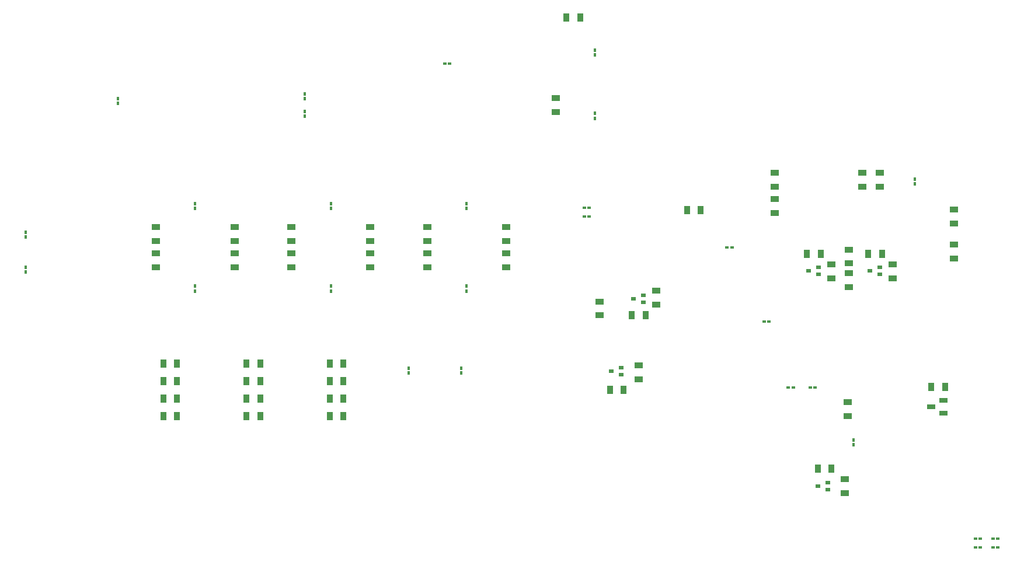
<source format=gbp>
G04*
G04 #@! TF.GenerationSoftware,Altium Limited,Altium Designer,19.0.15 (446)*
G04*
G04 Layer_Color=128*
%FSLAX25Y25*%
%MOIN*%
G70*
G01*
G75*
%ADD10R,0.05118X0.03543*%
%ADD11R,0.01968X0.01575*%
%ADD12R,0.03543X0.05118*%
%ADD13R,0.04724X0.02756*%
%ADD14R,0.01575X0.01968*%
G04:AMPARAMS|DCode=15|XSize=17.72mil|YSize=29.53mil|CornerRadius=2.22mil|HoleSize=0mil|Usage=FLASHONLY|Rotation=270.000|XOffset=0mil|YOffset=0mil|HoleType=Round|Shape=RoundedRectangle|*
%AMROUNDEDRECTD15*
21,1,0.01772,0.02510,0,0,270.0*
21,1,0.01329,0.02953,0,0,270.0*
1,1,0.00443,-0.01255,-0.00664*
1,1,0.00443,-0.01255,0.00664*
1,1,0.00443,0.01255,0.00664*
1,1,0.00443,0.01255,-0.00664*
%
%ADD15ROUNDEDRECTD15*%
D10*
X240571Y213819D02*
D03*
Y221693D02*
D03*
Y198819D02*
D03*
Y206693D02*
D03*
X285571Y198819D02*
D03*
Y206693D02*
D03*
X285571Y221693D02*
D03*
Y213819D02*
D03*
X163071Y198819D02*
D03*
Y206693D02*
D03*
X163071Y213819D02*
D03*
Y221693D02*
D03*
X208071Y198819D02*
D03*
Y206693D02*
D03*
X208071Y221693D02*
D03*
Y213819D02*
D03*
X130571Y198819D02*
D03*
Y206693D02*
D03*
X130571Y221693D02*
D03*
Y213819D02*
D03*
X85571Y198819D02*
D03*
Y206693D02*
D03*
Y213819D02*
D03*
Y221693D02*
D03*
X478819Y69941D02*
D03*
Y77815D02*
D03*
X480571Y113819D02*
D03*
Y121693D02*
D03*
X361319Y134941D02*
D03*
Y142815D02*
D03*
X338819Y179252D02*
D03*
Y171378D02*
D03*
X371319Y177441D02*
D03*
Y185315D02*
D03*
X438819Y237776D02*
D03*
Y229902D02*
D03*
X471319Y192441D02*
D03*
Y200315D02*
D03*
X481319Y201004D02*
D03*
Y208878D02*
D03*
Y187441D02*
D03*
Y195315D02*
D03*
X506319Y192441D02*
D03*
Y200315D02*
D03*
X541319Y211752D02*
D03*
Y203878D02*
D03*
Y231752D02*
D03*
Y223878D02*
D03*
X498819Y252815D02*
D03*
Y244941D02*
D03*
X488819Y252815D02*
D03*
Y244941D02*
D03*
X313819Y295315D02*
D03*
Y287441D02*
D03*
X438819Y244941D02*
D03*
Y252815D02*
D03*
D11*
X566319Y38878D02*
D03*
X563563D02*
D03*
X566319Y43878D02*
D03*
X563563D02*
D03*
X553563Y38878D02*
D03*
X556319D02*
D03*
X553563Y43878D02*
D03*
X556319D02*
D03*
X461949Y130256D02*
D03*
X459193D02*
D03*
X446693D02*
D03*
X449449D02*
D03*
X333071Y232756D02*
D03*
X330315D02*
D03*
X333071Y227756D02*
D03*
X330315D02*
D03*
X414449Y210256D02*
D03*
X411693D02*
D03*
X250571Y315256D02*
D03*
X253327D02*
D03*
X435571Y167756D02*
D03*
X432815D02*
D03*
D12*
X528386Y130571D02*
D03*
X536260D02*
D03*
X463445Y83878D02*
D03*
X471319D02*
D03*
X344882Y128878D02*
D03*
X352756D02*
D03*
X457382Y206378D02*
D03*
X465256D02*
D03*
X492382D02*
D03*
X500256D02*
D03*
X327848Y341378D02*
D03*
X319974D02*
D03*
X388819Y231378D02*
D03*
X396693D02*
D03*
X365256Y171378D02*
D03*
X357382D02*
D03*
X192756Y113878D02*
D03*
X184882D02*
D03*
Y123878D02*
D03*
X192756D02*
D03*
Y133878D02*
D03*
X184882D02*
D03*
Y143878D02*
D03*
X192756D02*
D03*
X145256Y113878D02*
D03*
X137382D02*
D03*
Y123878D02*
D03*
X145256D02*
D03*
Y133878D02*
D03*
X137382D02*
D03*
Y143878D02*
D03*
X145256D02*
D03*
X97756Y113878D02*
D03*
X89882D02*
D03*
Y123878D02*
D03*
X97756D02*
D03*
Y133878D02*
D03*
X89882D02*
D03*
Y143878D02*
D03*
X97756D02*
D03*
D13*
X535295Y122854D02*
D03*
Y115374D02*
D03*
X528208Y119114D02*
D03*
D14*
X483819Y100256D02*
D03*
Y97500D02*
D03*
X518819Y246378D02*
D03*
Y249134D02*
D03*
X336319Y286634D02*
D03*
Y283878D02*
D03*
X170571Y285000D02*
D03*
Y287756D02*
D03*
Y297756D02*
D03*
Y295000D02*
D03*
X336319Y322756D02*
D03*
Y320000D02*
D03*
X63819Y295256D02*
D03*
Y292500D02*
D03*
X263071Y235256D02*
D03*
Y232500D02*
D03*
Y185256D02*
D03*
Y188012D02*
D03*
X185571Y235256D02*
D03*
Y232500D02*
D03*
Y185256D02*
D03*
Y188012D02*
D03*
X108071Y235256D02*
D03*
Y232500D02*
D03*
Y185256D02*
D03*
Y188012D02*
D03*
X259823Y141042D02*
D03*
Y138286D02*
D03*
X229823D02*
D03*
Y141042D02*
D03*
X11319Y196122D02*
D03*
Y198878D02*
D03*
Y216122D02*
D03*
Y218878D02*
D03*
D15*
X345610Y139409D02*
D03*
X351319Y137441D02*
D03*
Y141378D02*
D03*
X358110Y180847D02*
D03*
X363819Y178878D02*
D03*
Y182815D02*
D03*
X458110Y196909D02*
D03*
X463819Y194941D02*
D03*
Y198878D02*
D03*
X493110Y196909D02*
D03*
X498819Y194941D02*
D03*
Y198878D02*
D03*
X469173Y75846D02*
D03*
Y71909D02*
D03*
X463464Y73878D02*
D03*
M02*

</source>
